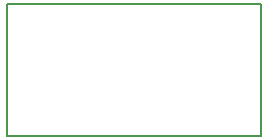
<source format=gbr>
%TF.GenerationSoftware,KiCad,Pcbnew,(5.1.6)-1*%
%TF.CreationDate,2020-08-27T20:00:14-05:00*%
%TF.ProjectId,Rollz LED Driver,526f6c6c-7a20-44c4-9544-204472697665,rev?*%
%TF.SameCoordinates,Original*%
%TF.FileFunction,Profile,NP*%
%FSLAX46Y46*%
G04 Gerber Fmt 4.6, Leading zero omitted, Abs format (unit mm)*
G04 Created by KiCad (PCBNEW (5.1.6)-1) date 2020-08-27 20:00:14*
%MOMM*%
%LPD*%
G01*
G04 APERTURE LIST*
%TA.AperFunction,Profile*%
%ADD10C,0.150000*%
%TD*%
G04 APERTURE END LIST*
D10*
X151790000Y-118790000D02*
X151790000Y-107640000D01*
X130290000Y-107640000D02*
X130290000Y-118790000D01*
X130290000Y-107640000D02*
X151790000Y-107640000D01*
X130290000Y-118790000D02*
X151790000Y-118790000D01*
M02*

</source>
